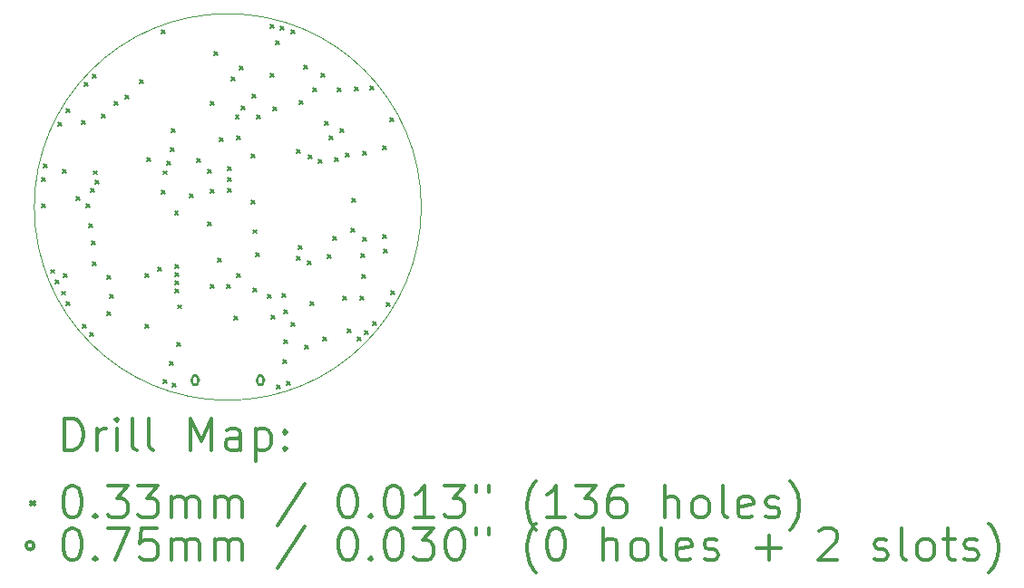
<source format=gbr>
%FSLAX45Y45*%
G04 Gerber Fmt 4.5, Leading zero omitted, Abs format (unit mm)*
G04 Created by KiCad*
%MOMM*%
%LPD*%
G04 APERTURE LIST*
%TA.AperFunction,Profile*%
%ADD10C,0.050000*%
%TD*%
%ADD11C,0.200000*%
%ADD12C,0.300000*%
G04 APERTURE END LIST*
D10*
X9426260Y-10160000D02*
G75*
G02X7620000Y-11966260I-1806260J0D01*
G01*
X7620000Y-11966260D02*
G75*
G02X5813740Y-10160000I0J1806260D01*
G01*
X5813740Y-10160000D02*
G75*
G02X7620000Y-8353740I1806260J0D01*
G01*
X7620000Y-8353740D02*
G75*
G02X9426260Y-10160000I0J-1806260D01*
G01*
D11*
X5882640Y-9886950D02*
X5915660Y-9919970D01*
X5915660Y-9886950D02*
X5882640Y-9919970D01*
X5886450Y-10128250D02*
X5919470Y-10161270D01*
X5919470Y-10128250D02*
X5886450Y-10161270D01*
X5901690Y-9762490D02*
X5934710Y-9795510D01*
X5934710Y-9762490D02*
X5901690Y-9795510D01*
X5967730Y-10745470D02*
X6000750Y-10778490D01*
X6000750Y-10745470D02*
X5967730Y-10778490D01*
X6010910Y-10839450D02*
X6043930Y-10872470D01*
X6043930Y-10839450D02*
X6010910Y-10872470D01*
X6033770Y-9371330D02*
X6066790Y-9404350D01*
X6066790Y-9371330D02*
X6033770Y-9404350D01*
X6066790Y-10948670D02*
X6099810Y-10981690D01*
X6099810Y-10948670D02*
X6066790Y-10981690D01*
X6081480Y-9813290D02*
X6114500Y-9846310D01*
X6114500Y-9813290D02*
X6081480Y-9846310D01*
X6089650Y-10783570D02*
X6122670Y-10816590D01*
X6122670Y-10783570D02*
X6089650Y-10816590D01*
X6109970Y-9239250D02*
X6142990Y-9272270D01*
X6142990Y-9239250D02*
X6109970Y-9272270D01*
X6109970Y-11047730D02*
X6142990Y-11080750D01*
X6142990Y-11047730D02*
X6109970Y-11080750D01*
X6206490Y-10067290D02*
X6239510Y-10100310D01*
X6239510Y-10067290D02*
X6206490Y-10100310D01*
X6257290Y-9356090D02*
X6290310Y-9389110D01*
X6290310Y-9356090D02*
X6257290Y-9389110D01*
X6262370Y-11261090D02*
X6295390Y-11294110D01*
X6295390Y-11261090D02*
X6262370Y-11294110D01*
X6282690Y-8995410D02*
X6315710Y-9028430D01*
X6315710Y-8995410D02*
X6282690Y-9028430D01*
X6295390Y-10133340D02*
X6328410Y-10166360D01*
X6328410Y-10133340D02*
X6295390Y-10166360D01*
X6323330Y-10316210D02*
X6356350Y-10349230D01*
X6356350Y-10316210D02*
X6323330Y-10349230D01*
X6328410Y-11332210D02*
X6361430Y-11365230D01*
X6361430Y-11332210D02*
X6328410Y-11365230D01*
X6339657Y-9986324D02*
X6372677Y-10019344D01*
X6372677Y-9986324D02*
X6339657Y-10019344D01*
X6347918Y-10479859D02*
X6380938Y-10512879D01*
X6380938Y-10479859D02*
X6347918Y-10512879D01*
X6353810Y-8924290D02*
X6386830Y-8957310D01*
X6386830Y-8924290D02*
X6353810Y-8957310D01*
X6353810Y-10671810D02*
X6386830Y-10704830D01*
X6386830Y-10671810D02*
X6353810Y-10704830D01*
X6368877Y-9822581D02*
X6401897Y-9855601D01*
X6401897Y-9822581D02*
X6368877Y-9855601D01*
X6384290Y-9909810D02*
X6417310Y-9942830D01*
X6417310Y-9909810D02*
X6384290Y-9942830D01*
X6445250Y-9290050D02*
X6478270Y-9323070D01*
X6478270Y-9290050D02*
X6445250Y-9323070D01*
X6490970Y-11139170D02*
X6523990Y-11172190D01*
X6523990Y-11139170D02*
X6490970Y-11172190D01*
X6496050Y-10798810D02*
X6529070Y-10831830D01*
X6529070Y-10798810D02*
X6496050Y-10831830D01*
X6516370Y-10981690D02*
X6549390Y-11014710D01*
X6549390Y-10981690D02*
X6516370Y-11014710D01*
X6562090Y-9173210D02*
X6595110Y-9206230D01*
X6595110Y-9173210D02*
X6562090Y-9206230D01*
X6663690Y-9117330D02*
X6696710Y-9150350D01*
X6696710Y-9117330D02*
X6663690Y-9150350D01*
X6795770Y-8975090D02*
X6828790Y-9008110D01*
X6828790Y-8975090D02*
X6795770Y-9008110D01*
X6846570Y-10783570D02*
X6879590Y-10816590D01*
X6879590Y-10783570D02*
X6846570Y-10816590D01*
X6846570Y-11261090D02*
X6879590Y-11294110D01*
X6879590Y-11261090D02*
X6846570Y-11294110D01*
X6861810Y-9698980D02*
X6894830Y-9732000D01*
X6894830Y-9698980D02*
X6861810Y-9732000D01*
X6968480Y-10727690D02*
X7001500Y-10760710D01*
X7001500Y-10727690D02*
X6968480Y-10760710D01*
X6998970Y-8507730D02*
X7031990Y-8540750D01*
X7031990Y-8507730D02*
X6998970Y-8540750D01*
X7004050Y-10001250D02*
X7037070Y-10034270D01*
X7037070Y-10001250D02*
X7004050Y-10034270D01*
X7014210Y-11774170D02*
X7047230Y-11807190D01*
X7047230Y-11774170D02*
X7014210Y-11807190D01*
X7019290Y-9822700D02*
X7052310Y-9855720D01*
X7052310Y-9822700D02*
X7019290Y-9855720D01*
X7054850Y-9737090D02*
X7087870Y-9770110D01*
X7087870Y-9737090D02*
X7054850Y-9770110D01*
X7080250Y-11606530D02*
X7113270Y-11639550D01*
X7113270Y-11606530D02*
X7080250Y-11639550D01*
X7085330Y-9610090D02*
X7118350Y-9643110D01*
X7118350Y-9610090D02*
X7085330Y-9643110D01*
X7090410Y-9427210D02*
X7123430Y-9460230D01*
X7123430Y-9427210D02*
X7090410Y-9460230D01*
X7105650Y-11804650D02*
X7138670Y-11837670D01*
X7138670Y-11804650D02*
X7105650Y-11837670D01*
X7123440Y-10199370D02*
X7156460Y-10232390D01*
X7156460Y-10199370D02*
X7123440Y-10232390D01*
X7125970Y-10697210D02*
X7158990Y-10730230D01*
X7158990Y-10697210D02*
X7125970Y-10730230D01*
X7125970Y-10773410D02*
X7158990Y-10806430D01*
X7158990Y-10773410D02*
X7125970Y-10806430D01*
X7125970Y-10849610D02*
X7158990Y-10882630D01*
X7158990Y-10849610D02*
X7125970Y-10882630D01*
X7125970Y-10925810D02*
X7158990Y-10958830D01*
X7158990Y-10925810D02*
X7125970Y-10958830D01*
X7146290Y-11428730D02*
X7179310Y-11461750D01*
X7179310Y-11428730D02*
X7146290Y-11461750D01*
X7156450Y-11075200D02*
X7189470Y-11108220D01*
X7189470Y-11075200D02*
X7156450Y-11108220D01*
X7261622Y-10038318D02*
X7294642Y-10071338D01*
X7294642Y-10038318D02*
X7261622Y-10071338D01*
X7329170Y-9706610D02*
X7362190Y-9739630D01*
X7362190Y-9706610D02*
X7329170Y-9739630D01*
X7430770Y-10303510D02*
X7463790Y-10336530D01*
X7463790Y-10303510D02*
X7430770Y-10336530D01*
X7433320Y-9808210D02*
X7466340Y-9841230D01*
X7466340Y-9808210D02*
X7433320Y-9841230D01*
X7456170Y-9173210D02*
X7489190Y-9206230D01*
X7489190Y-9173210D02*
X7456170Y-9206230D01*
X7456170Y-10885170D02*
X7489190Y-10918190D01*
X7489190Y-10885170D02*
X7456170Y-10918190D01*
X7461250Y-9996170D02*
X7494270Y-10029190D01*
X7494270Y-9996170D02*
X7461250Y-10029190D01*
X7491730Y-8710930D02*
X7524750Y-8743950D01*
X7524750Y-8710930D02*
X7491730Y-8743950D01*
X7522941Y-10636672D02*
X7555961Y-10669692D01*
X7555961Y-10636672D02*
X7522941Y-10669692D01*
X7544851Y-9510811D02*
X7577871Y-9543831D01*
X7577871Y-9510811D02*
X7544851Y-9543831D01*
X7608570Y-10885170D02*
X7641590Y-10918190D01*
X7641590Y-10885170D02*
X7608570Y-10918190D01*
X7617090Y-9787890D02*
X7650110Y-9820910D01*
X7650110Y-9787890D02*
X7617090Y-9820910D01*
X7617090Y-9889490D02*
X7650110Y-9922510D01*
X7650110Y-9889490D02*
X7617090Y-9922510D01*
X7617090Y-9991090D02*
X7650110Y-10024110D01*
X7650110Y-9991090D02*
X7617090Y-10024110D01*
X7649210Y-8949690D02*
X7682230Y-8982710D01*
X7682230Y-8949690D02*
X7649210Y-8982710D01*
X7674610Y-11179810D02*
X7707630Y-11212830D01*
X7707630Y-11179810D02*
X7674610Y-11212830D01*
X7691256Y-9301712D02*
X7724276Y-9334732D01*
X7724276Y-9301712D02*
X7691256Y-9334732D01*
X7700010Y-9493250D02*
X7733030Y-9526270D01*
X7733030Y-9493250D02*
X7700010Y-9526270D01*
X7700010Y-10783570D02*
X7733030Y-10816590D01*
X7733030Y-10783570D02*
X7700010Y-10816590D01*
X7725410Y-8843010D02*
X7758430Y-8876030D01*
X7758430Y-8843010D02*
X7725410Y-8876030D01*
X7742641Y-9214582D02*
X7775661Y-9247602D01*
X7775661Y-9214582D02*
X7742641Y-9247602D01*
X7842250Y-9665970D02*
X7875270Y-9698990D01*
X7875270Y-9665970D02*
X7842250Y-9698990D01*
X7842250Y-10097770D02*
X7875270Y-10130790D01*
X7875270Y-10097770D02*
X7842250Y-10130790D01*
X7848035Y-9106325D02*
X7881055Y-9139345D01*
X7881055Y-9106325D02*
X7848035Y-9139345D01*
X7857490Y-10372731D02*
X7890510Y-10405751D01*
X7890510Y-10372731D02*
X7857490Y-10405751D01*
X7857490Y-10920730D02*
X7890510Y-10953750D01*
X7890510Y-10920730D02*
X7857490Y-10953750D01*
X7882890Y-10590231D02*
X7915910Y-10623251D01*
X7915910Y-10590231D02*
X7882890Y-10623251D01*
X7887970Y-9300210D02*
X7920990Y-9333230D01*
X7920990Y-9300210D02*
X7887970Y-9333230D01*
X7989570Y-10981690D02*
X8022590Y-11014710D01*
X8022590Y-10981690D02*
X7989570Y-11014710D01*
X8014970Y-8909050D02*
X8047990Y-8942070D01*
X8047990Y-8909050D02*
X8014970Y-8942070D01*
X8020050Y-8451850D02*
X8053070Y-8484870D01*
X8053070Y-8451850D02*
X8020050Y-8484870D01*
X8023915Y-11174002D02*
X8056935Y-11207022D01*
X8056935Y-11174002D02*
X8023915Y-11207022D01*
X8040370Y-9229090D02*
X8073390Y-9262110D01*
X8073390Y-9229090D02*
X8040370Y-9262110D01*
X8069190Y-8610990D02*
X8102210Y-8644010D01*
X8102210Y-8610990D02*
X8069190Y-8644010D01*
X8075930Y-11824970D02*
X8108950Y-11857990D01*
X8108950Y-11824970D02*
X8075930Y-11857990D01*
X8106410Y-8472170D02*
X8139430Y-8505190D01*
X8139430Y-8472170D02*
X8106410Y-8505190D01*
X8126730Y-10971530D02*
X8159750Y-11004550D01*
X8159750Y-10971530D02*
X8126730Y-11004550D01*
X8136890Y-11586210D02*
X8169910Y-11619230D01*
X8169910Y-11586210D02*
X8136890Y-11619230D01*
X8141970Y-11118850D02*
X8174990Y-11151870D01*
X8174990Y-11118850D02*
X8141970Y-11151870D01*
X8147050Y-11403330D02*
X8180070Y-11436350D01*
X8180070Y-11403330D02*
X8147050Y-11436350D01*
X8172450Y-11794490D02*
X8205470Y-11827510D01*
X8205470Y-11794490D02*
X8172450Y-11827510D01*
X8208010Y-8502650D02*
X8241030Y-8535670D01*
X8241030Y-8502650D02*
X8208010Y-8535670D01*
X8208010Y-11242040D02*
X8241030Y-11275060D01*
X8241030Y-11242040D02*
X8208010Y-11275060D01*
X8258810Y-9620250D02*
X8291830Y-9653270D01*
X8291830Y-9620250D02*
X8258810Y-9653270D01*
X8263890Y-10626090D02*
X8296910Y-10659110D01*
X8296910Y-10626090D02*
X8263890Y-10659110D01*
X8279130Y-10517731D02*
X8312150Y-10550751D01*
X8312150Y-10517731D02*
X8279130Y-10550751D01*
X8289290Y-9168130D02*
X8322310Y-9201150D01*
X8322310Y-9168130D02*
X8289290Y-9201150D01*
X8289290Y-9168130D02*
X8322310Y-9201150D01*
X8322310Y-9168130D02*
X8289290Y-9201150D01*
X8329930Y-8837930D02*
X8362950Y-8870950D01*
X8362950Y-8837930D02*
X8329930Y-8870950D01*
X8335010Y-11454130D02*
X8368030Y-11487150D01*
X8368030Y-11454130D02*
X8335010Y-11487150D01*
X8365490Y-10666730D02*
X8398510Y-10699750D01*
X8398510Y-10666730D02*
X8365490Y-10699750D01*
X8370570Y-9671050D02*
X8403590Y-9704070D01*
X8403590Y-9671050D02*
X8370570Y-9704070D01*
X8391252Y-11045053D02*
X8424272Y-11078073D01*
X8424272Y-11045053D02*
X8391252Y-11078073D01*
X8411210Y-9051290D02*
X8444230Y-9084310D01*
X8444230Y-9051290D02*
X8411210Y-9084310D01*
X8467090Y-9716770D02*
X8500110Y-9749790D01*
X8500110Y-9716770D02*
X8467090Y-9749790D01*
X8492490Y-8912000D02*
X8525510Y-8945020D01*
X8525510Y-8912000D02*
X8492490Y-8945020D01*
X8507730Y-11377930D02*
X8540750Y-11410950D01*
X8540750Y-11377930D02*
X8507730Y-11410950D01*
X8528050Y-9361170D02*
X8561070Y-9394190D01*
X8561070Y-9361170D02*
X8528050Y-9394190D01*
X8553450Y-10605770D02*
X8586470Y-10638790D01*
X8586470Y-10605770D02*
X8553450Y-10638790D01*
X8568690Y-9496154D02*
X8601710Y-9529174D01*
X8601710Y-9496154D02*
X8568690Y-9529174D01*
X8599170Y-10433050D02*
X8632190Y-10466070D01*
X8632190Y-10433050D02*
X8599170Y-10466070D01*
X8619490Y-9701530D02*
X8652510Y-9734550D01*
X8652510Y-9701530D02*
X8619490Y-9734550D01*
X8639810Y-9051290D02*
X8672830Y-9084310D01*
X8672830Y-9051290D02*
X8639810Y-9084310D01*
X8670150Y-9431864D02*
X8703170Y-9464884D01*
X8703170Y-9431864D02*
X8670150Y-9464884D01*
X8695690Y-10996930D02*
X8728710Y-11029950D01*
X8728710Y-10996930D02*
X8695690Y-11029950D01*
X8721090Y-9660890D02*
X8754110Y-9693910D01*
X8754110Y-9660890D02*
X8721090Y-9693910D01*
X8736330Y-11296650D02*
X8769350Y-11329670D01*
X8769350Y-11296650D02*
X8736330Y-11329670D01*
X8771890Y-10356850D02*
X8804910Y-10389870D01*
X8804910Y-10356850D02*
X8771890Y-10389870D01*
X8776970Y-10077450D02*
X8809990Y-10110470D01*
X8809990Y-10077450D02*
X8776970Y-10110470D01*
X8802370Y-9036050D02*
X8835390Y-9069070D01*
X8835390Y-9036050D02*
X8802370Y-9069070D01*
X8827770Y-11377930D02*
X8860790Y-11410950D01*
X8860790Y-11377930D02*
X8827770Y-11410950D01*
X8855700Y-10991850D02*
X8888720Y-11024870D01*
X8888720Y-10991850D02*
X8855700Y-11024870D01*
X8863330Y-10600690D02*
X8896350Y-10633710D01*
X8896350Y-10600690D02*
X8863330Y-10633710D01*
X8873490Y-10793490D02*
X8906510Y-10826510D01*
X8906510Y-10793490D02*
X8873490Y-10826510D01*
X8878570Y-9640570D02*
X8911590Y-9673590D01*
X8911590Y-9640570D02*
X8878570Y-9673590D01*
X8878570Y-10443210D02*
X8911590Y-10476230D01*
X8911590Y-10443210D02*
X8878570Y-10476230D01*
X8898890Y-11316970D02*
X8931910Y-11349990D01*
X8931910Y-11316970D02*
X8898890Y-11349990D01*
X8949690Y-9028430D02*
X8982710Y-9061450D01*
X8982710Y-9028430D02*
X8949690Y-9061450D01*
X8970010Y-11233150D02*
X9003030Y-11266170D01*
X9003030Y-11233150D02*
X8970010Y-11266170D01*
X9069960Y-9591780D02*
X9102980Y-9624800D01*
X9102980Y-9591780D02*
X9069960Y-9624800D01*
X9069960Y-10420441D02*
X9102980Y-10453461D01*
X9102980Y-10420441D02*
X9069960Y-10453461D01*
X9076690Y-10554970D02*
X9109710Y-10587990D01*
X9109710Y-10554970D02*
X9076690Y-10587990D01*
X9097010Y-11051540D02*
X9130030Y-11084560D01*
X9130030Y-11051540D02*
X9097010Y-11084560D01*
X9137650Y-9325610D02*
X9170670Y-9358630D01*
X9170670Y-9325610D02*
X9137650Y-9358630D01*
X9142730Y-10946130D02*
X9175750Y-10979150D01*
X9175750Y-10946130D02*
X9142730Y-10979150D01*
X7352700Y-11779250D02*
G75*
G03X7352700Y-11779250I-37500J0D01*
G01*
X7287700Y-11756750D02*
X7287700Y-11801750D01*
X7342700Y-11756750D02*
X7342700Y-11801750D01*
X7287700Y-11801750D02*
G75*
G03X7342700Y-11801750I27500J0D01*
G01*
X7342700Y-11756750D02*
G75*
G03X7287700Y-11756750I-27500J0D01*
G01*
X7962300Y-11779250D02*
G75*
G03X7962300Y-11779250I-37500J0D01*
G01*
X7897300Y-11756750D02*
X7897300Y-11801750D01*
X7952300Y-11756750D02*
X7952300Y-11801750D01*
X7897300Y-11801750D02*
G75*
G03X7952300Y-11801750I27500J0D01*
G01*
X7952300Y-11756750D02*
G75*
G03X7897300Y-11756750I-27500J0D01*
G01*
D12*
X6097669Y-12434474D02*
X6097669Y-12134474D01*
X6169097Y-12134474D01*
X6211954Y-12148760D01*
X6240526Y-12177331D01*
X6254812Y-12205903D01*
X6269097Y-12263045D01*
X6269097Y-12305903D01*
X6254812Y-12363045D01*
X6240526Y-12391617D01*
X6211954Y-12420188D01*
X6169097Y-12434474D01*
X6097669Y-12434474D01*
X6397669Y-12434474D02*
X6397669Y-12234474D01*
X6397669Y-12291617D02*
X6411954Y-12263045D01*
X6426240Y-12248760D01*
X6454812Y-12234474D01*
X6483383Y-12234474D01*
X6583383Y-12434474D02*
X6583383Y-12234474D01*
X6583383Y-12134474D02*
X6569097Y-12148760D01*
X6583383Y-12163045D01*
X6597669Y-12148760D01*
X6583383Y-12134474D01*
X6583383Y-12163045D01*
X6769097Y-12434474D02*
X6740526Y-12420188D01*
X6726240Y-12391617D01*
X6726240Y-12134474D01*
X6926240Y-12434474D02*
X6897669Y-12420188D01*
X6883383Y-12391617D01*
X6883383Y-12134474D01*
X7269097Y-12434474D02*
X7269097Y-12134474D01*
X7369097Y-12348760D01*
X7469097Y-12134474D01*
X7469097Y-12434474D01*
X7740526Y-12434474D02*
X7740526Y-12277331D01*
X7726240Y-12248760D01*
X7697669Y-12234474D01*
X7640526Y-12234474D01*
X7611954Y-12248760D01*
X7740526Y-12420188D02*
X7711954Y-12434474D01*
X7640526Y-12434474D01*
X7611954Y-12420188D01*
X7597669Y-12391617D01*
X7597669Y-12363045D01*
X7611954Y-12334474D01*
X7640526Y-12320188D01*
X7711954Y-12320188D01*
X7740526Y-12305903D01*
X7883383Y-12234474D02*
X7883383Y-12534474D01*
X7883383Y-12248760D02*
X7911954Y-12234474D01*
X7969097Y-12234474D01*
X7997669Y-12248760D01*
X8011954Y-12263045D01*
X8026240Y-12291617D01*
X8026240Y-12377331D01*
X8011954Y-12405903D01*
X7997669Y-12420188D01*
X7969097Y-12434474D01*
X7911954Y-12434474D01*
X7883383Y-12420188D01*
X8154812Y-12405903D02*
X8169097Y-12420188D01*
X8154812Y-12434474D01*
X8140526Y-12420188D01*
X8154812Y-12405903D01*
X8154812Y-12434474D01*
X8154812Y-12248760D02*
X8169097Y-12263045D01*
X8154812Y-12277331D01*
X8140526Y-12263045D01*
X8154812Y-12248760D01*
X8154812Y-12277331D01*
X5778220Y-12912250D02*
X5811240Y-12945270D01*
X5811240Y-12912250D02*
X5778220Y-12945270D01*
X6154812Y-12764474D02*
X6183383Y-12764474D01*
X6211954Y-12778760D01*
X6226240Y-12793045D01*
X6240526Y-12821617D01*
X6254812Y-12878760D01*
X6254812Y-12950188D01*
X6240526Y-13007331D01*
X6226240Y-13035903D01*
X6211954Y-13050188D01*
X6183383Y-13064474D01*
X6154812Y-13064474D01*
X6126240Y-13050188D01*
X6111954Y-13035903D01*
X6097669Y-13007331D01*
X6083383Y-12950188D01*
X6083383Y-12878760D01*
X6097669Y-12821617D01*
X6111954Y-12793045D01*
X6126240Y-12778760D01*
X6154812Y-12764474D01*
X6383383Y-13035903D02*
X6397669Y-13050188D01*
X6383383Y-13064474D01*
X6369097Y-13050188D01*
X6383383Y-13035903D01*
X6383383Y-13064474D01*
X6497669Y-12764474D02*
X6683383Y-12764474D01*
X6583383Y-12878760D01*
X6626240Y-12878760D01*
X6654812Y-12893045D01*
X6669097Y-12907331D01*
X6683383Y-12935903D01*
X6683383Y-13007331D01*
X6669097Y-13035903D01*
X6654812Y-13050188D01*
X6626240Y-13064474D01*
X6540526Y-13064474D01*
X6511954Y-13050188D01*
X6497669Y-13035903D01*
X6783383Y-12764474D02*
X6969097Y-12764474D01*
X6869097Y-12878760D01*
X6911954Y-12878760D01*
X6940526Y-12893045D01*
X6954812Y-12907331D01*
X6969097Y-12935903D01*
X6969097Y-13007331D01*
X6954812Y-13035903D01*
X6940526Y-13050188D01*
X6911954Y-13064474D01*
X6826240Y-13064474D01*
X6797669Y-13050188D01*
X6783383Y-13035903D01*
X7097669Y-13064474D02*
X7097669Y-12864474D01*
X7097669Y-12893045D02*
X7111954Y-12878760D01*
X7140526Y-12864474D01*
X7183383Y-12864474D01*
X7211954Y-12878760D01*
X7226240Y-12907331D01*
X7226240Y-13064474D01*
X7226240Y-12907331D02*
X7240526Y-12878760D01*
X7269097Y-12864474D01*
X7311954Y-12864474D01*
X7340526Y-12878760D01*
X7354812Y-12907331D01*
X7354812Y-13064474D01*
X7497669Y-13064474D02*
X7497669Y-12864474D01*
X7497669Y-12893045D02*
X7511954Y-12878760D01*
X7540526Y-12864474D01*
X7583383Y-12864474D01*
X7611954Y-12878760D01*
X7626240Y-12907331D01*
X7626240Y-13064474D01*
X7626240Y-12907331D02*
X7640526Y-12878760D01*
X7669097Y-12864474D01*
X7711954Y-12864474D01*
X7740526Y-12878760D01*
X7754812Y-12907331D01*
X7754812Y-13064474D01*
X8340526Y-12750188D02*
X8083383Y-13135903D01*
X8726240Y-12764474D02*
X8754812Y-12764474D01*
X8783383Y-12778760D01*
X8797669Y-12793045D01*
X8811954Y-12821617D01*
X8826240Y-12878760D01*
X8826240Y-12950188D01*
X8811954Y-13007331D01*
X8797669Y-13035903D01*
X8783383Y-13050188D01*
X8754812Y-13064474D01*
X8726240Y-13064474D01*
X8697669Y-13050188D01*
X8683383Y-13035903D01*
X8669097Y-13007331D01*
X8654812Y-12950188D01*
X8654812Y-12878760D01*
X8669097Y-12821617D01*
X8683383Y-12793045D01*
X8697669Y-12778760D01*
X8726240Y-12764474D01*
X8954812Y-13035903D02*
X8969097Y-13050188D01*
X8954812Y-13064474D01*
X8940526Y-13050188D01*
X8954812Y-13035903D01*
X8954812Y-13064474D01*
X9154812Y-12764474D02*
X9183383Y-12764474D01*
X9211954Y-12778760D01*
X9226240Y-12793045D01*
X9240526Y-12821617D01*
X9254812Y-12878760D01*
X9254812Y-12950188D01*
X9240526Y-13007331D01*
X9226240Y-13035903D01*
X9211954Y-13050188D01*
X9183383Y-13064474D01*
X9154812Y-13064474D01*
X9126240Y-13050188D01*
X9111954Y-13035903D01*
X9097669Y-13007331D01*
X9083383Y-12950188D01*
X9083383Y-12878760D01*
X9097669Y-12821617D01*
X9111954Y-12793045D01*
X9126240Y-12778760D01*
X9154812Y-12764474D01*
X9540526Y-13064474D02*
X9369097Y-13064474D01*
X9454812Y-13064474D02*
X9454812Y-12764474D01*
X9426240Y-12807331D01*
X9397669Y-12835903D01*
X9369097Y-12850188D01*
X9640526Y-12764474D02*
X9826240Y-12764474D01*
X9726240Y-12878760D01*
X9769097Y-12878760D01*
X9797669Y-12893045D01*
X9811954Y-12907331D01*
X9826240Y-12935903D01*
X9826240Y-13007331D01*
X9811954Y-13035903D01*
X9797669Y-13050188D01*
X9769097Y-13064474D01*
X9683383Y-13064474D01*
X9654812Y-13050188D01*
X9640526Y-13035903D01*
X9940526Y-12764474D02*
X9940526Y-12821617D01*
X10054812Y-12764474D02*
X10054812Y-12821617D01*
X10497669Y-13178760D02*
X10483383Y-13164474D01*
X10454812Y-13121617D01*
X10440526Y-13093045D01*
X10426240Y-13050188D01*
X10411954Y-12978760D01*
X10411954Y-12921617D01*
X10426240Y-12850188D01*
X10440526Y-12807331D01*
X10454812Y-12778760D01*
X10483383Y-12735903D01*
X10497669Y-12721617D01*
X10769097Y-13064474D02*
X10597669Y-13064474D01*
X10683383Y-13064474D02*
X10683383Y-12764474D01*
X10654812Y-12807331D01*
X10626240Y-12835903D01*
X10597669Y-12850188D01*
X10869097Y-12764474D02*
X11054812Y-12764474D01*
X10954812Y-12878760D01*
X10997669Y-12878760D01*
X11026240Y-12893045D01*
X11040526Y-12907331D01*
X11054812Y-12935903D01*
X11054812Y-13007331D01*
X11040526Y-13035903D01*
X11026240Y-13050188D01*
X10997669Y-13064474D01*
X10911954Y-13064474D01*
X10883383Y-13050188D01*
X10869097Y-13035903D01*
X11311954Y-12764474D02*
X11254812Y-12764474D01*
X11226240Y-12778760D01*
X11211954Y-12793045D01*
X11183383Y-12835903D01*
X11169097Y-12893045D01*
X11169097Y-13007331D01*
X11183383Y-13035903D01*
X11197669Y-13050188D01*
X11226240Y-13064474D01*
X11283383Y-13064474D01*
X11311954Y-13050188D01*
X11326240Y-13035903D01*
X11340526Y-13007331D01*
X11340526Y-12935903D01*
X11326240Y-12907331D01*
X11311954Y-12893045D01*
X11283383Y-12878760D01*
X11226240Y-12878760D01*
X11197669Y-12893045D01*
X11183383Y-12907331D01*
X11169097Y-12935903D01*
X11697669Y-13064474D02*
X11697669Y-12764474D01*
X11826240Y-13064474D02*
X11826240Y-12907331D01*
X11811954Y-12878760D01*
X11783383Y-12864474D01*
X11740526Y-12864474D01*
X11711954Y-12878760D01*
X11697669Y-12893045D01*
X12011954Y-13064474D02*
X11983383Y-13050188D01*
X11969097Y-13035903D01*
X11954812Y-13007331D01*
X11954812Y-12921617D01*
X11969097Y-12893045D01*
X11983383Y-12878760D01*
X12011954Y-12864474D01*
X12054812Y-12864474D01*
X12083383Y-12878760D01*
X12097669Y-12893045D01*
X12111954Y-12921617D01*
X12111954Y-13007331D01*
X12097669Y-13035903D01*
X12083383Y-13050188D01*
X12054812Y-13064474D01*
X12011954Y-13064474D01*
X12283383Y-13064474D02*
X12254812Y-13050188D01*
X12240526Y-13021617D01*
X12240526Y-12764474D01*
X12511954Y-13050188D02*
X12483383Y-13064474D01*
X12426240Y-13064474D01*
X12397669Y-13050188D01*
X12383383Y-13021617D01*
X12383383Y-12907331D01*
X12397669Y-12878760D01*
X12426240Y-12864474D01*
X12483383Y-12864474D01*
X12511954Y-12878760D01*
X12526240Y-12907331D01*
X12526240Y-12935903D01*
X12383383Y-12964474D01*
X12640526Y-13050188D02*
X12669097Y-13064474D01*
X12726240Y-13064474D01*
X12754812Y-13050188D01*
X12769097Y-13021617D01*
X12769097Y-13007331D01*
X12754812Y-12978760D01*
X12726240Y-12964474D01*
X12683383Y-12964474D01*
X12654812Y-12950188D01*
X12640526Y-12921617D01*
X12640526Y-12907331D01*
X12654812Y-12878760D01*
X12683383Y-12864474D01*
X12726240Y-12864474D01*
X12754812Y-12878760D01*
X12869097Y-13178760D02*
X12883383Y-13164474D01*
X12911954Y-13121617D01*
X12926240Y-13093045D01*
X12940526Y-13050188D01*
X12954812Y-12978760D01*
X12954812Y-12921617D01*
X12940526Y-12850188D01*
X12926240Y-12807331D01*
X12911954Y-12778760D01*
X12883383Y-12735903D01*
X12869097Y-12721617D01*
X5811240Y-13324760D02*
G75*
G03X5811240Y-13324760I-37500J0D01*
G01*
X6154812Y-13160474D02*
X6183383Y-13160474D01*
X6211954Y-13174760D01*
X6226240Y-13189045D01*
X6240526Y-13217617D01*
X6254812Y-13274760D01*
X6254812Y-13346188D01*
X6240526Y-13403331D01*
X6226240Y-13431903D01*
X6211954Y-13446188D01*
X6183383Y-13460474D01*
X6154812Y-13460474D01*
X6126240Y-13446188D01*
X6111954Y-13431903D01*
X6097669Y-13403331D01*
X6083383Y-13346188D01*
X6083383Y-13274760D01*
X6097669Y-13217617D01*
X6111954Y-13189045D01*
X6126240Y-13174760D01*
X6154812Y-13160474D01*
X6383383Y-13431903D02*
X6397669Y-13446188D01*
X6383383Y-13460474D01*
X6369097Y-13446188D01*
X6383383Y-13431903D01*
X6383383Y-13460474D01*
X6497669Y-13160474D02*
X6697669Y-13160474D01*
X6569097Y-13460474D01*
X6954812Y-13160474D02*
X6811954Y-13160474D01*
X6797669Y-13303331D01*
X6811954Y-13289045D01*
X6840526Y-13274760D01*
X6911954Y-13274760D01*
X6940526Y-13289045D01*
X6954812Y-13303331D01*
X6969097Y-13331903D01*
X6969097Y-13403331D01*
X6954812Y-13431903D01*
X6940526Y-13446188D01*
X6911954Y-13460474D01*
X6840526Y-13460474D01*
X6811954Y-13446188D01*
X6797669Y-13431903D01*
X7097669Y-13460474D02*
X7097669Y-13260474D01*
X7097669Y-13289045D02*
X7111954Y-13274760D01*
X7140526Y-13260474D01*
X7183383Y-13260474D01*
X7211954Y-13274760D01*
X7226240Y-13303331D01*
X7226240Y-13460474D01*
X7226240Y-13303331D02*
X7240526Y-13274760D01*
X7269097Y-13260474D01*
X7311954Y-13260474D01*
X7340526Y-13274760D01*
X7354812Y-13303331D01*
X7354812Y-13460474D01*
X7497669Y-13460474D02*
X7497669Y-13260474D01*
X7497669Y-13289045D02*
X7511954Y-13274760D01*
X7540526Y-13260474D01*
X7583383Y-13260474D01*
X7611954Y-13274760D01*
X7626240Y-13303331D01*
X7626240Y-13460474D01*
X7626240Y-13303331D02*
X7640526Y-13274760D01*
X7669097Y-13260474D01*
X7711954Y-13260474D01*
X7740526Y-13274760D01*
X7754812Y-13303331D01*
X7754812Y-13460474D01*
X8340526Y-13146188D02*
X8083383Y-13531903D01*
X8726240Y-13160474D02*
X8754812Y-13160474D01*
X8783383Y-13174760D01*
X8797669Y-13189045D01*
X8811954Y-13217617D01*
X8826240Y-13274760D01*
X8826240Y-13346188D01*
X8811954Y-13403331D01*
X8797669Y-13431903D01*
X8783383Y-13446188D01*
X8754812Y-13460474D01*
X8726240Y-13460474D01*
X8697669Y-13446188D01*
X8683383Y-13431903D01*
X8669097Y-13403331D01*
X8654812Y-13346188D01*
X8654812Y-13274760D01*
X8669097Y-13217617D01*
X8683383Y-13189045D01*
X8697669Y-13174760D01*
X8726240Y-13160474D01*
X8954812Y-13431903D02*
X8969097Y-13446188D01*
X8954812Y-13460474D01*
X8940526Y-13446188D01*
X8954812Y-13431903D01*
X8954812Y-13460474D01*
X9154812Y-13160474D02*
X9183383Y-13160474D01*
X9211954Y-13174760D01*
X9226240Y-13189045D01*
X9240526Y-13217617D01*
X9254812Y-13274760D01*
X9254812Y-13346188D01*
X9240526Y-13403331D01*
X9226240Y-13431903D01*
X9211954Y-13446188D01*
X9183383Y-13460474D01*
X9154812Y-13460474D01*
X9126240Y-13446188D01*
X9111954Y-13431903D01*
X9097669Y-13403331D01*
X9083383Y-13346188D01*
X9083383Y-13274760D01*
X9097669Y-13217617D01*
X9111954Y-13189045D01*
X9126240Y-13174760D01*
X9154812Y-13160474D01*
X9354812Y-13160474D02*
X9540526Y-13160474D01*
X9440526Y-13274760D01*
X9483383Y-13274760D01*
X9511954Y-13289045D01*
X9526240Y-13303331D01*
X9540526Y-13331903D01*
X9540526Y-13403331D01*
X9526240Y-13431903D01*
X9511954Y-13446188D01*
X9483383Y-13460474D01*
X9397669Y-13460474D01*
X9369097Y-13446188D01*
X9354812Y-13431903D01*
X9726240Y-13160474D02*
X9754812Y-13160474D01*
X9783383Y-13174760D01*
X9797669Y-13189045D01*
X9811954Y-13217617D01*
X9826240Y-13274760D01*
X9826240Y-13346188D01*
X9811954Y-13403331D01*
X9797669Y-13431903D01*
X9783383Y-13446188D01*
X9754812Y-13460474D01*
X9726240Y-13460474D01*
X9697669Y-13446188D01*
X9683383Y-13431903D01*
X9669097Y-13403331D01*
X9654812Y-13346188D01*
X9654812Y-13274760D01*
X9669097Y-13217617D01*
X9683383Y-13189045D01*
X9697669Y-13174760D01*
X9726240Y-13160474D01*
X9940526Y-13160474D02*
X9940526Y-13217617D01*
X10054812Y-13160474D02*
X10054812Y-13217617D01*
X10497669Y-13574760D02*
X10483383Y-13560474D01*
X10454812Y-13517617D01*
X10440526Y-13489045D01*
X10426240Y-13446188D01*
X10411954Y-13374760D01*
X10411954Y-13317617D01*
X10426240Y-13246188D01*
X10440526Y-13203331D01*
X10454812Y-13174760D01*
X10483383Y-13131903D01*
X10497669Y-13117617D01*
X10669097Y-13160474D02*
X10697669Y-13160474D01*
X10726240Y-13174760D01*
X10740526Y-13189045D01*
X10754812Y-13217617D01*
X10769097Y-13274760D01*
X10769097Y-13346188D01*
X10754812Y-13403331D01*
X10740526Y-13431903D01*
X10726240Y-13446188D01*
X10697669Y-13460474D01*
X10669097Y-13460474D01*
X10640526Y-13446188D01*
X10626240Y-13431903D01*
X10611954Y-13403331D01*
X10597669Y-13346188D01*
X10597669Y-13274760D01*
X10611954Y-13217617D01*
X10626240Y-13189045D01*
X10640526Y-13174760D01*
X10669097Y-13160474D01*
X11126240Y-13460474D02*
X11126240Y-13160474D01*
X11254812Y-13460474D02*
X11254812Y-13303331D01*
X11240526Y-13274760D01*
X11211954Y-13260474D01*
X11169097Y-13260474D01*
X11140526Y-13274760D01*
X11126240Y-13289045D01*
X11440526Y-13460474D02*
X11411954Y-13446188D01*
X11397669Y-13431903D01*
X11383383Y-13403331D01*
X11383383Y-13317617D01*
X11397669Y-13289045D01*
X11411954Y-13274760D01*
X11440526Y-13260474D01*
X11483383Y-13260474D01*
X11511954Y-13274760D01*
X11526240Y-13289045D01*
X11540526Y-13317617D01*
X11540526Y-13403331D01*
X11526240Y-13431903D01*
X11511954Y-13446188D01*
X11483383Y-13460474D01*
X11440526Y-13460474D01*
X11711954Y-13460474D02*
X11683383Y-13446188D01*
X11669097Y-13417617D01*
X11669097Y-13160474D01*
X11940526Y-13446188D02*
X11911954Y-13460474D01*
X11854812Y-13460474D01*
X11826240Y-13446188D01*
X11811954Y-13417617D01*
X11811954Y-13303331D01*
X11826240Y-13274760D01*
X11854812Y-13260474D01*
X11911954Y-13260474D01*
X11940526Y-13274760D01*
X11954812Y-13303331D01*
X11954812Y-13331903D01*
X11811954Y-13360474D01*
X12069097Y-13446188D02*
X12097669Y-13460474D01*
X12154812Y-13460474D01*
X12183383Y-13446188D01*
X12197669Y-13417617D01*
X12197669Y-13403331D01*
X12183383Y-13374760D01*
X12154812Y-13360474D01*
X12111954Y-13360474D01*
X12083383Y-13346188D01*
X12069097Y-13317617D01*
X12069097Y-13303331D01*
X12083383Y-13274760D01*
X12111954Y-13260474D01*
X12154812Y-13260474D01*
X12183383Y-13274760D01*
X12554812Y-13346188D02*
X12783383Y-13346188D01*
X12669097Y-13460474D02*
X12669097Y-13231903D01*
X13140526Y-13189045D02*
X13154812Y-13174760D01*
X13183383Y-13160474D01*
X13254812Y-13160474D01*
X13283383Y-13174760D01*
X13297669Y-13189045D01*
X13311954Y-13217617D01*
X13311954Y-13246188D01*
X13297669Y-13289045D01*
X13126240Y-13460474D01*
X13311954Y-13460474D01*
X13654812Y-13446188D02*
X13683383Y-13460474D01*
X13740526Y-13460474D01*
X13769097Y-13446188D01*
X13783383Y-13417617D01*
X13783383Y-13403331D01*
X13769097Y-13374760D01*
X13740526Y-13360474D01*
X13697669Y-13360474D01*
X13669097Y-13346188D01*
X13654812Y-13317617D01*
X13654812Y-13303331D01*
X13669097Y-13274760D01*
X13697669Y-13260474D01*
X13740526Y-13260474D01*
X13769097Y-13274760D01*
X13954812Y-13460474D02*
X13926240Y-13446188D01*
X13911954Y-13417617D01*
X13911954Y-13160474D01*
X14111954Y-13460474D02*
X14083383Y-13446188D01*
X14069097Y-13431903D01*
X14054812Y-13403331D01*
X14054812Y-13317617D01*
X14069097Y-13289045D01*
X14083383Y-13274760D01*
X14111954Y-13260474D01*
X14154812Y-13260474D01*
X14183383Y-13274760D01*
X14197669Y-13289045D01*
X14211954Y-13317617D01*
X14211954Y-13403331D01*
X14197669Y-13431903D01*
X14183383Y-13446188D01*
X14154812Y-13460474D01*
X14111954Y-13460474D01*
X14297669Y-13260474D02*
X14411954Y-13260474D01*
X14340526Y-13160474D02*
X14340526Y-13417617D01*
X14354812Y-13446188D01*
X14383383Y-13460474D01*
X14411954Y-13460474D01*
X14497669Y-13446188D02*
X14526240Y-13460474D01*
X14583383Y-13460474D01*
X14611954Y-13446188D01*
X14626240Y-13417617D01*
X14626240Y-13403331D01*
X14611954Y-13374760D01*
X14583383Y-13360474D01*
X14540526Y-13360474D01*
X14511954Y-13346188D01*
X14497669Y-13317617D01*
X14497669Y-13303331D01*
X14511954Y-13274760D01*
X14540526Y-13260474D01*
X14583383Y-13260474D01*
X14611954Y-13274760D01*
X14726240Y-13574760D02*
X14740526Y-13560474D01*
X14769097Y-13517617D01*
X14783383Y-13489045D01*
X14797669Y-13446188D01*
X14811954Y-13374760D01*
X14811954Y-13317617D01*
X14797669Y-13246188D01*
X14783383Y-13203331D01*
X14769097Y-13174760D01*
X14740526Y-13131903D01*
X14726240Y-13117617D01*
M02*

</source>
